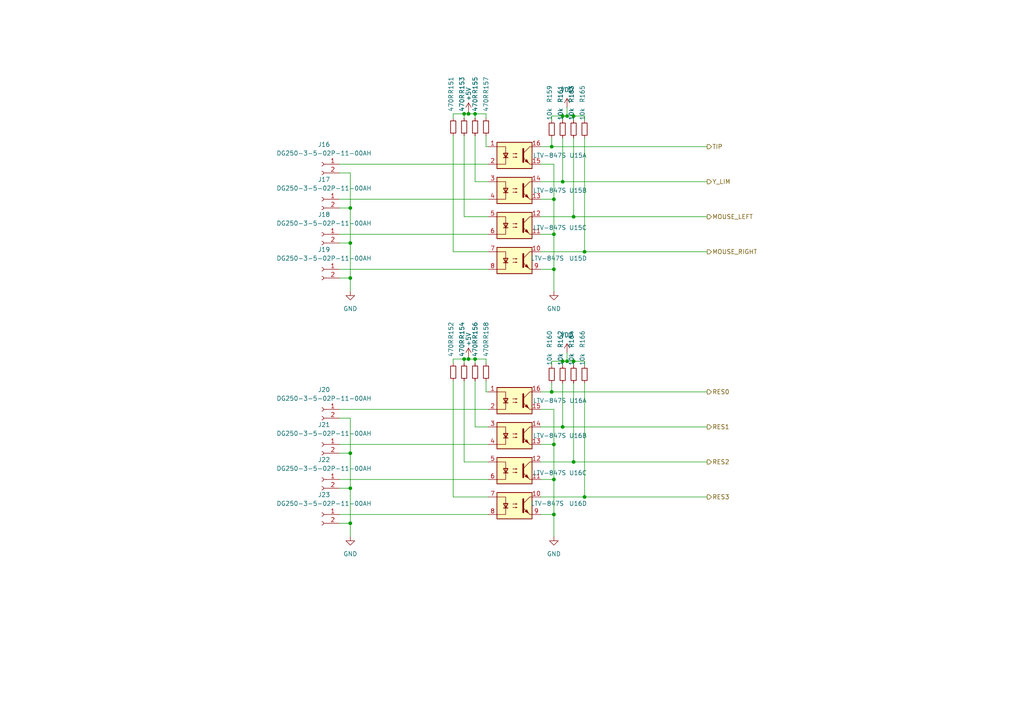
<source format=kicad_sch>
(kicad_sch (version 20231120) (generator "eeschema") (generator_version "8.0")
  (paper "A4")
  (lib_symbols
    (symbol "Connector:Conn_01x02_Female" (pin_names (offset 1.016) hide)
      (property "Reference" "J" (at 0 2.54 0))
      (property "Value" "Conn_01x02_Female" (at 0 -5.08 0))
      (symbol "Conn_01x02_Female_1_1"
        (arc (start 0 -2.032) (mid -0.5058 -2.54) (end 0 -3.048) (stroke (width 0.1524)))
        (polyline (pts (xy -1.27 -2.54) (xy -0.508 -2.54)) (stroke (width 0.1524)))
        (polyline (pts (xy -1.27 0) (xy -0.508 0)) (stroke (width 0.1524)))
        (arc (start 0 0.508) (mid -0.5058 0) (end 0 -0.508) (stroke (width 0.1524)))
        (pin passive line (at -5.08 0 0) (length 3.81) (name "Pin_1") (number "1"))
        (pin passive line (at -5.08 -2.54 0) (length 3.81) (name "Pin_2") (number "2"))
      )
    )
    (symbol "Device:R_Small" (pin_numbers hide) (pin_names (offset 0.254) hide)
      (property "Reference" "R" (at 0.762 0.508 0))
      (property "Value" "R_Small" (at 0.762 -1.016 0))
      (symbol "R_Small_0_1"
        (rectangle (start -0.762 1.778) (end 0.762 -1.778) (stroke (width 0.2032)))
      )
      (symbol "R_Small_1_1"
        (pin passive line (at 0 2.54 270) (length 0.762) (name "~") (number "1"))
        (pin passive line (at 0 -2.54 90) (length 0.762) (name "~") (number "2"))
      )
    )
    (symbol "Isolator:LTV-847S" (pin_names (offset 1.016))
      (property "Reference" "U" (at -3.81 5.08 0))
      (property "Value" "LTV-847S" (at 0 -5.08 0))
      (symbol "LTV-847S_0_1"
        (rectangle (start -5.08 3.81) (end 5.08 -3.81) (stroke (width 0.254)) (fill (type background)))
        (polyline (pts (xy -3.175 -0.635) (xy -1.905 -0.635)) (stroke (width 0.254)))
        (polyline (pts (xy 2.54 0.635) (xy 4.445 2.54)))
        (polyline (pts (xy 4.445 -2.54) (xy 2.54 -0.635)) (fill (type outline)))
        (polyline (pts (xy 4.445 -2.54) (xy 5.08 -2.54)))
        (polyline (pts (xy 4.445 2.54) (xy 5.08 2.54)))
        (polyline (pts (xy -2.54 -0.635) (xy -2.54 -2.54) (xy -5.08 -2.54)))
        (polyline (pts (xy 2.54 1.905) (xy 2.54 -1.905) (xy 2.54 -1.905)) (stroke (width 0.508)))
        (polyline (pts (xy -5.08 2.54) (xy -2.54 2.54) (xy -2.54 -1.27) (xy -2.54 0.635)))
        (polyline (pts (xy -2.54 -0.635) (xy -3.175 0.635) (xy -1.905 0.635) (xy -2.54 -0.635)) (stroke (width 0.254)))
        (polyline (pts (xy -0.508 -0.508) (xy 0.762 -0.508) (xy 0.381 -0.635) (xy 0.381 -0.381) (xy 0.762 -0.508)))
        (polyline (pts (xy -0.508 0.508) (xy 0.762 0.508) (xy 0.381 0.381) (xy 0.381 0.635) (xy 0.762 0.508)))
        (polyline (pts (xy 3.048 -1.651) (xy 3.556 -1.143) (xy 4.064 -2.159) (xy 3.048 -1.651) (xy 3.048 -1.651)) (fill (type outline)))
      )
      (symbol "LTV-847S_1_1"
        (pin passive line (at -7.62 2.54 0) (length 2.54) (name "~") (number "1"))
        (pin passive line (at 7.62 -2.54 180) (length 2.54) (name "~") (number "15"))
        (pin passive line (at 7.62 2.54 180) (length 2.54) (name "~") (number "16"))
        (pin passive line (at -7.62 -2.54 0) (length 2.54) (name "~") (number "2"))
      )
      (symbol "LTV-847S_2_1"
        (pin passive line (at 7.62 -2.54 180) (length 2.54) (name "~") (number "13"))
        (pin passive line (at 7.62 2.54 180) (length 2.54) (name "~") (number "14"))
        (pin passive line (at -7.62 2.54 0) (length 2.54) (name "~") (number "3"))
        (pin passive line (at -7.62 -2.54 0) (length 2.54) (name "~") (number "4"))
      )
      (symbol "LTV-847S_3_1"
        (pin passive line (at 7.62 -2.54 180) (length 2.54) (name "~") (number "11"))
        (pin passive line (at 7.62 2.54 180) (length 2.54) (name "~") (number "12"))
        (pin passive line (at -7.62 2.54 0) (length 2.54) (name "~") (number "5"))
        (pin passive line (at -7.62 -2.54 0) (length 2.54) (name "~") (number "6"))
      )
      (symbol "LTV-847S_4_1"
        (pin passive line (at 7.62 2.54 180) (length 2.54) (name "~") (number "10"))
        (pin passive line (at -7.62 2.54 0) (length 2.54) (name "~") (number "7"))
        (pin passive line (at -7.62 -2.54 0) (length 2.54) (name "~") (number "8"))
        (pin passive line (at 7.62 -2.54 180) (length 2.54) (name "~") (number "9"))
      )
    )
    (symbol "power:+5V" (power) (pin_names (offset 0))
      (property "Value" "+5V" (at 0 3.556 0))
      (symbol "+5V_0_1"
        (polyline (pts (xy -0.762 1.27) (xy 0 2.54)))
        (polyline (pts (xy 0 0) (xy 0 2.54)))
        (polyline (pts (xy 0 2.54) (xy 0.762 1.27)))
      )
      (symbol "+5V_1_1"
        (pin power_in line (at 0 0 90) (length 0) hide (name "+5V") (number "1"))
      )
    )
    (symbol "power:GND" (power) (pin_names (offset 0))
      (property "Value" "GND" (at 0 -3.81 0))
      (symbol "GND_0_1"
        (polyline (pts (xy 0 0) (xy 0 -1.27) (xy 1.27 -1.27) (xy 0 -2.54) (xy -1.27 -1.27) (xy 0 -1.27)))
      )
      (symbol "GND_1_1"
        (pin power_in line (at 0 0 270) (length 0) hide (name "GND") (number "1"))
      )
    )
    (symbol "power:VDD" (power) (pin_names (offset 0))
      (property "Value" "VDD" (at 0 3.81 0))
      (symbol "VDD_0_1"
        (polyline (pts (xy -0.762 1.27) (xy 0 2.54)))
        (polyline (pts (xy 0 0) (xy 0 2.54)))
        (polyline (pts (xy 0 2.54) (xy 0.762 1.27)))
      )
      (symbol "VDD_1_1"
        (pin power_in line (at 0 0 90) (length 0) hide (name "VDD") (number "1"))
      )
    )
  )
  (junction (at 137.795 104.14))
  (junction (at 163.195 104.775))
  (junction (at 160.655 139.065))
  (junction (at 101.6 131.445))
  (junction (at 134.62 33.02))
  (junction (at 137.795 33.02))
  (junction (at 166.37 133.985))
  (junction (at 166.37 62.865))
  (junction (at 160.655 78.105))
  (junction (at 160.02 42.545))
  (junction (at 163.195 33.655))
  (junction (at 101.6 141.605))
  (junction (at 164.465 33.655))
  (junction (at 163.195 52.705))
  (junction (at 101.6 80.645))
  (junction (at 169.545 73.025))
  (junction (at 134.62 104.14))
  (junction (at 160.02 113.665))
  (junction (at 160.655 128.905))
  (junction (at 160.655 67.945))
  (junction (at 135.89 104.14))
  (junction (at 169.545 144.145))
  (junction (at 135.89 33.02))
  (junction (at 160.655 149.225))
  (junction (at 163.195 123.825))
  (junction (at 101.6 60.325))
  (junction (at 160.655 57.785))
  (junction (at 164.465 104.775))
  (junction (at 101.6 70.485))
  (junction (at 166.37 104.775))
  (junction (at 166.37 33.655))
  (junction (at 101.6 151.765))
  (wire (pts (xy 137.795 104.14) (xy 137.795 105.41)))
  (wire (pts (xy 156.845 67.945) (xy 160.655 67.945)))
  (wire (pts (xy 98.425 67.945) (xy 141.605 67.945)))
  (wire (pts (xy 134.62 62.865) (xy 141.605 62.865)))
  (wire (pts (xy 140.97 42.545) (xy 141.605 42.545)))
  (wire (pts (xy 169.545 73.025) (xy 205.105 73.025)))
  (wire (pts (xy 156.845 149.225) (xy 160.655 149.225)))
  (wire (pts (xy 169.545 144.145) (xy 205.105 144.145)))
  (wire (pts (xy 160.655 67.945) (xy 160.655 78.105)))
  (wire (pts (xy 160.02 111.125) (xy 160.02 113.665)))
  (wire (pts (xy 101.6 131.445) (xy 101.6 141.605)))
  (wire (pts (xy 156.845 57.785) (xy 160.655 57.785)))
  (wire (pts (xy 131.445 39.37) (xy 131.445 73.025)))
  (wire (pts (xy 163.195 52.705) (xy 163.195 40.005)))
  (wire (pts (xy 156.845 42.545) (xy 160.02 42.545)))
  (wire (pts (xy 98.425 118.745) (xy 141.605 118.745)))
  (wire (pts (xy 163.195 104.775) (xy 164.465 104.775)))
  (wire (pts (xy 137.795 110.49) (xy 137.795 123.825)))
  (wire (pts (xy 101.6 70.485) (xy 101.6 80.645)))
  (wire (pts (xy 98.425 78.105) (xy 141.605 78.105)))
  (wire (pts (xy 160.655 128.905) (xy 160.655 139.065)))
  (wire (pts (xy 131.445 34.29) (xy 131.445 33.02)))
  (wire (pts (xy 160.02 34.925) (xy 160.02 33.655)))
  (wire (pts (xy 169.545 40.005) (xy 169.545 73.025)))
  (wire (pts (xy 98.425 139.065) (xy 141.605 139.065)))
  (wire (pts (xy 131.445 110.49) (xy 131.445 144.145)))
  (wire (pts (xy 98.425 57.785) (xy 141.605 57.785)))
  (wire (pts (xy 140.97 104.14) (xy 140.97 105.41)))
  (wire (pts (xy 160.655 149.225) (xy 160.655 155.575)))
  (wire (pts (xy 134.62 104.14) (xy 135.89 104.14)))
  (wire (pts (xy 134.62 133.985) (xy 141.605 133.985)))
  (wire (pts (xy 131.445 105.41) (xy 131.445 104.14)))
  (wire (pts (xy 98.425 60.325) (xy 101.6 60.325)))
  (wire (pts (xy 137.795 104.14) (xy 140.97 104.14)))
  (wire (pts (xy 160.655 78.105) (xy 160.655 84.455)))
  (wire (pts (xy 131.445 144.145) (xy 141.605 144.145)))
  (wire (pts (xy 134.62 33.02) (xy 134.62 34.29)))
  (wire (pts (xy 163.195 123.825) (xy 205.105 123.825)))
  (wire (pts (xy 134.62 33.02) (xy 135.89 33.02)))
  (wire (pts (xy 169.545 144.145) (xy 156.845 144.145)))
  (wire (pts (xy 134.62 110.49) (xy 134.62 133.985)))
  (wire (pts (xy 101.6 80.645) (xy 101.6 84.455)))
  (wire (pts (xy 101.6 151.765) (xy 101.6 155.575)))
  (wire (pts (xy 160.02 40.005) (xy 160.02 42.545)))
  (wire (pts (xy 134.62 104.14) (xy 134.62 105.41)))
  (wire (pts (xy 98.425 131.445) (xy 101.6 131.445)))
  (wire (pts (xy 98.425 47.625) (xy 141.605 47.625)))
  (wire (pts (xy 98.425 149.225) (xy 141.605 149.225)))
  (wire (pts (xy 134.62 39.37) (xy 134.62 62.865)))
  (wire (pts (xy 166.37 33.655) (xy 169.545 33.655)))
  (wire (pts (xy 166.37 62.865) (xy 166.37 40.005)))
  (wire (pts (xy 160.02 104.775) (xy 163.195 104.775)))
  (wire (pts (xy 131.445 104.14) (xy 134.62 104.14)))
  (wire (pts (xy 156.845 78.105) (xy 160.655 78.105)))
  (wire (pts (xy 98.425 80.645) (xy 101.6 80.645)))
  (wire (pts (xy 169.545 33.655) (xy 169.545 34.925)))
  (wire (pts (xy 166.37 62.865) (xy 205.105 62.865)))
  (wire (pts (xy 163.195 33.655) (xy 164.465 33.655)))
  (wire (pts (xy 160.02 33.655) (xy 163.195 33.655)))
  (wire (pts (xy 164.465 33.655) (xy 166.37 33.655)))
  (wire (pts (xy 166.37 33.655) (xy 166.37 34.925)))
  (wire (pts (xy 98.425 151.765) (xy 101.6 151.765)))
  (wire (pts (xy 135.89 32.385) (xy 135.89 33.02)))
  (wire (pts (xy 164.465 31.115) (xy 164.465 33.655)))
  (wire (pts (xy 166.37 104.775) (xy 169.545 104.775)))
  (wire (pts (xy 156.845 118.745) (xy 160.655 118.745)))
  (wire (pts (xy 156.845 47.625) (xy 160.655 47.625)))
  (wire (pts (xy 169.545 104.775) (xy 169.545 106.045)))
  (wire (pts (xy 140.97 113.665) (xy 141.605 113.665)))
  (wire (pts (xy 163.195 33.655) (xy 163.195 34.925)))
  (wire (pts (xy 163.195 52.705) (xy 205.105 52.705)))
  (wire (pts (xy 156.845 123.825) (xy 163.195 123.825)))
  (wire (pts (xy 135.89 104.14) (xy 137.795 104.14)))
  (wire (pts (xy 98.425 70.485) (xy 101.6 70.485)))
  (wire (pts (xy 101.6 50.165) (xy 101.6 60.325)))
  (wire (pts (xy 135.89 103.505) (xy 135.89 104.14)))
  (wire (pts (xy 140.97 110.49) (xy 140.97 113.665)))
  (wire (pts (xy 160.02 113.665) (xy 205.105 113.665)))
  (wire (pts (xy 164.465 104.775) (xy 166.37 104.775)))
  (wire (pts (xy 160.655 57.785) (xy 160.655 67.945)))
  (wire (pts (xy 137.795 39.37) (xy 137.795 52.705)))
  (wire (pts (xy 137.795 33.02) (xy 140.97 33.02)))
  (wire (pts (xy 137.795 123.825) (xy 141.605 123.825)))
  (wire (pts (xy 160.02 42.545) (xy 205.105 42.545)))
  (wire (pts (xy 156.845 113.665) (xy 160.02 113.665)))
  (wire (pts (xy 163.195 123.825) (xy 163.195 111.125)))
  (wire (pts (xy 101.6 141.605) (xy 101.6 151.765)))
  (wire (pts (xy 156.845 52.705) (xy 163.195 52.705)))
  (wire (pts (xy 131.445 73.025) (xy 141.605 73.025)))
  (wire (pts (xy 160.655 47.625) (xy 160.655 57.785)))
  (wire (pts (xy 166.37 133.985) (xy 205.105 133.985)))
  (wire (pts (xy 164.465 102.235) (xy 164.465 104.775)))
  (wire (pts (xy 135.89 33.02) (xy 137.795 33.02)))
  (wire (pts (xy 98.425 121.285) (xy 101.6 121.285)))
  (wire (pts (xy 137.795 52.705) (xy 141.605 52.705)))
  (wire (pts (xy 98.425 128.905) (xy 141.605 128.905)))
  (wire (pts (xy 156.845 133.985) (xy 166.37 133.985)))
  (wire (pts (xy 160.02 106.045) (xy 160.02 104.775)))
  (wire (pts (xy 137.795 33.02) (xy 137.795 34.29)))
  (wire (pts (xy 166.37 133.985) (xy 166.37 111.125)))
  (wire (pts (xy 156.845 139.065) (xy 160.655 139.065)))
  (wire (pts (xy 140.97 39.37) (xy 140.97 42.545)))
  (wire (pts (xy 98.425 141.605) (xy 101.6 141.605)))
  (wire (pts (xy 140.97 33.02) (xy 140.97 34.29)))
  (wire (pts (xy 98.425 50.165) (xy 101.6 50.165)))
  (wire (pts (xy 156.845 62.865) (xy 166.37 62.865)))
  (wire (pts (xy 101.6 60.325) (xy 101.6 70.485)))
  (wire (pts (xy 131.445 33.02) (xy 134.62 33.02)))
  (wire (pts (xy 101.6 121.285) (xy 101.6 131.445)))
  (wire (pts (xy 169.545 73.025) (xy 156.845 73.025)))
  (wire (pts (xy 160.655 118.745) (xy 160.655 128.905)))
  (wire (pts (xy 160.655 139.065) (xy 160.655 149.225)))
  (wire (pts (xy 166.37 104.775) (xy 166.37 106.045)))
  (wire (pts (xy 163.195 104.775) (xy 163.195 106.045)))
  (wire (pts (xy 156.845 128.905) (xy 160.655 128.905)))
  (wire (pts (xy 169.545 111.125) (xy 169.545 144.145)))
  (hierarchical_label "RES1" (shape output) (at 205.105 123.825 0))
  (hierarchical_label "RES0" (shape output) (at 205.105 113.665 0))
  (hierarchical_label "RES2" (shape output) (at 205.105 133.985 0))
  (hierarchical_label "Y_LIM" (shape output) (at 205.105 52.705 0))
  (hierarchical_label "MOUSE_RIGHT" (shape output) (at 205.105 73.025 0))
  (hierarchical_label "MOUSE_LEFT" (shape output) (at 205.105 62.865 0))
  (hierarchical_label "TIP" (shape output) (at 205.105 42.545 0))
  (hierarchical_label "RES3" (shape output) (at 205.105 144.145 0))
  (symbol (lib_id "Device:R_Small") (at 140.97 36.83 0) (unit 1)
    (property "Reference" "R157" (at 140.97 24.765 90))
    (property "Value" "470R" (at 140.97 29.845 90))
    (property "Footprint" "Resistor_SMD:R_0603_1608Metric_Pad0.98x0.95mm_HandSolder" (effects (hide yes)))
    (property "Link" "https://ozdisan.com/passive-components/resistors/smt-smd-and-chip-resistors/0603SAF4700T5E" (effects (hide yes)))
    (property "Price" "0.00221" (effects (hide yes)))
  )
  (symbol (lib_id "power:GND") (at 101.6 84.455 0) (unit 1)
    (property "Reference" "#PWR0143" (effects (hide yes)))
    (property "Value" "GND" (at 101.6 89.535 0))
  )
  (symbol (lib_id "Device:R_Small") (at 163.195 108.585 180) (unit 1)
    (property "Reference" "R162" (at 162.56 100.965 90) (effects (justify right)))
    (property "Value" "10k" (at 162.56 106.045 90) (effects (justify right)))
    (property "Footprint" "Resistor_SMD:R_0603_1608Metric_Pad0.98x0.95mm_HandSolder" (effects (hide yes)))
    (property "Link" "https://ozdisan.com/passive-components/resistors/smt-smd-and-chip-resistors/0603SAF1002T5E" (effects (hide yes)))
    (property "Price" "0.00221" (effects (hide yes)))
  )
  (symbol (lib_id "Device:R_Small") (at 160.02 108.585 180) (unit 1)
    (property "Reference" "R160" (at 159.385 100.965 90) (effects (justify right)))
    (property "Value" "10k" (at 159.385 106.045 90) (effects (justify right)))
    (property "Footprint" "Resistor_SMD:R_0603_1608Metric_Pad0.98x0.95mm_HandSolder" (effects (hide yes)))
    (property "Link" "https://ozdisan.com/passive-components/resistors/smt-smd-and-chip-resistors/0603SAF1002T5E" (effects (hide yes)))
    (property "Price" "0.00221" (effects (hide yes)))
  )
  (symbol (lib_id "Isolator:LTV-847S") (at 149.225 65.405 0) (unit 3)
    (property "Reference" "U15" (at 167.64 66.04 0))
    (property "Value" "LTV-847S" (at 159.385 66.04 0))
    (property "Footprint" "Package_DIP:SMDIP-16_W9.53mm" (effects (hide yes)))
    (property "Datasheet" "http://www.us.liteon.com/downloads/LTV-817-827-847.PDF" (effects (hide yes)))
    (property "Link" "https://ozdisan.com/Product/Detail/362511/LTV-847S" (effects (hide yes)))
    (property "Price" "0.47358" (effects (hide yes)))
  )
  (symbol (lib_id "Connector:Conn_01x02_Female") (at 93.345 47.625 0) (mirror y) (unit 1)
    (property "Reference" "J16" (at 93.98 41.91 0))
    (property "Value" "DG250-3-5-02P-11-00AH" (at 93.98 44.45 0))
    (property "Footprint" "conn:DG250-3-5-02P-11-00AH" (effects (hide yes)))
    (property "Link" "https://ozdisan.com/connectors-and-interconnects/terminal-blocks/pcb-terminal-blocks/DG250-3-5-02P-11-00AH" (effects (hide yes)))
    (property "Price" "0.10187" (effects (hide yes)))
  )
  (symbol (lib_id "power:+5V") (at 135.89 103.505 0) (unit 1)
    (property "Reference" "#PWR0146" (effects (hide yes)))
    (property "Value" "+5V" (at 135.89 98.425 90))
  )
  (symbol (lib_id "Connector:Conn_01x02_Female") (at 93.345 57.785 0) (mirror y) (unit 1)
    (property "Reference" "J17" (at 93.98 52.07 0))
    (property "Value" "DG250-3-5-02P-11-00AH" (at 93.98 54.61 0))
    (property "Footprint" "conn:DG250-3-5-02P-11-00AH" (effects (hide yes)))
    (property "Link" "https://ozdisan.com/connectors-and-interconnects/terminal-blocks/pcb-terminal-blocks/DG250-3-5-02P-11-00AH" (effects (hide yes)))
    (property "Price" "0.10187" (effects (hide yes)))
  )
  (symbol (lib_id "Connector:Conn_01x02_Female") (at 93.345 139.065 0) (mirror y) (unit 1)
    (property "Reference" "J22" (at 93.98 133.35 0))
    (property "Value" "DG250-3-5-02P-11-00AH" (at 93.98 135.89 0))
    (property "Footprint" "conn:DG250-3-5-02P-11-00AH" (effects (hide yes)))
    (property "Link" "https://ozdisan.com/connectors-and-interconnects/terminal-blocks/pcb-terminal-blocks/DG250-3-5-02P-11-00AH" (effects (hide yes)))
    (property "Price" "0.10187" (effects (hide yes)))
  )
  (symbol (lib_id "power:GND") (at 160.655 84.455 0) (unit 1)
    (property "Reference" "#PWR0147" (effects (hide yes)))
    (property "Value" "GND" (at 160.655 89.535 0))
  )
  (symbol (lib_id "Device:R_Small") (at 169.545 37.465 180) (unit 1)
    (property "Reference" "R165" (at 168.91 29.845 90) (effects (justify right)))
    (property "Value" "10k" (at 168.91 34.925 90) (effects (justify right)))
    (property "Footprint" "Resistor_SMD:R_0603_1608Metric_Pad0.98x0.95mm_HandSolder" (effects (hide yes)))
    (property "Link" "https://ozdisan.com/passive-components/resistors/smt-smd-and-chip-resistors/0603SAF1002T5E" (effects (hide yes)))
    (property "Price" "0.00221" (effects (hide yes)))
  )
  (symbol (lib_id "Device:R_Small") (at 169.545 108.585 180) (unit 1)
    (property "Reference" "R166" (at 168.91 100.965 90) (effects (justify right)))
    (property "Value" "10k" (at 168.91 106.045 90) (effects (justify right)))
    (property "Footprint" "Resistor_SMD:R_0603_1608Metric_Pad0.98x0.95mm_HandSolder" (effects (hide yes)))
    (property "Link" "https://ozdisan.com/passive-components/resistors/smt-smd-and-chip-resistors/0603SAF1002T5E" (effects (hide yes)))
    (property "Price" "0.00221" (effects (hide yes)))
  )
  (symbol (lib_id "Isolator:LTV-847S") (at 149.225 136.525 0) (unit 3)
    (property "Reference" "U16" (at 167.64 137.16 0))
    (property "Value" "LTV-847S" (at 159.385 137.16 0))
    (property "Footprint" "Package_DIP:SMDIP-16_W9.53mm" (effects (hide yes)))
    (property "Datasheet" "http://www.us.liteon.com/downloads/LTV-817-827-847.PDF" (effects (hide yes)))
    (property "Link" "https://ozdisan.com/Product/Detail/362511/LTV-847S" (effects (hide yes)))
    (property "Price" "0.47358" (effects (hide yes)))
  )
  (symbol (lib_id "Connector:Conn_01x02_Female") (at 93.345 149.225 0) (mirror y) (unit 1)
    (property "Reference" "J23" (at 93.98 143.51 0))
    (property "Value" "DG250-3-5-02P-11-00AH" (at 93.98 146.05 0))
    (property "Footprint" "conn:DG250-3-5-02P-11-00AH" (effects (hide yes)))
    (property "Link" "https://ozdisan.com/connectors-and-interconnects/terminal-blocks/pcb-terminal-blocks/DG250-3-5-02P-11-00AH" (effects (hide yes)))
    (property "Price" "0.10187" (effects (hide yes)))
  )
  (symbol (lib_id "Connector:Conn_01x02_Female") (at 93.345 78.105 0) (mirror y) (unit 1)
    (property "Reference" "J19" (at 93.98 72.39 0))
    (property "Value" "DG250-3-5-02P-11-00AH" (at 93.98 74.93 0))
    (property "Footprint" "conn:DG250-3-5-02P-11-00AH" (effects (hide yes)))
    (property "Link" "https://ozdisan.com/connectors-and-interconnects/terminal-blocks/pcb-terminal-blocks/DG250-3-5-02P-11-00AH" (effects (hide yes)))
    (property "Price" "0.10187" (effects (hide yes)))
  )
  (symbol (lib_id "Device:R_Small") (at 131.445 36.83 0) (unit 1)
    (property "Reference" "R151" (at 130.81 24.765 90))
    (property "Value" "470R" (at 130.81 29.845 90))
    (property "Footprint" "Resistor_SMD:R_0603_1608Metric_Pad0.98x0.95mm_HandSolder" (effects (hide yes)))
    (property "Link" "https://ozdisan.com/passive-components/resistors/smt-smd-and-chip-resistors/0603SAF4700T5E" (effects (hide yes)))
    (property "Price" "0.00221" (effects (hide yes)))
  )
  (symbol (lib_id "Connector:Conn_01x02_Female") (at 93.345 128.905 0) (mirror y) (unit 1)
    (property "Reference" "J21" (at 93.98 123.19 0))
    (property "Value" "DG250-3-5-02P-11-00AH" (at 93.98 125.73 0))
    (property "Footprint" "conn:DG250-3-5-02P-11-00AH" (effects (hide yes)))
    (property "Link" "https://ozdisan.com/connectors-and-interconnects/terminal-blocks/pcb-terminal-blocks/DG250-3-5-02P-11-00AH" (effects (hide yes)))
    (property "Price" "0.10187" (effects (hide yes)))
  )
  (symbol (lib_id "Device:R_Small") (at 137.795 107.95 0) (unit 1)
    (property "Reference" "R156" (at 137.795 95.885 90))
    (property "Value" "470R" (at 137.795 100.965 90))
    (property "Footprint" "Resistor_SMD:R_0603_1608Metric_Pad0.98x0.95mm_HandSolder" (effects (hide yes)))
    (property "Link" "https://ozdisan.com/passive-components/resistors/smt-smd-and-chip-resistors/0603SAF4700T5E" (effects (hide yes)))
    (property "Price" "0.00221" (effects (hide yes)))
  )
  (symbol (lib_id "Device:R_Small") (at 166.37 37.465 180) (unit 1)
    (property "Reference" "R163" (at 165.735 29.845 90) (effects (justify right)))
    (property "Value" "10k" (at 165.735 34.925 90) (effects (justify right)))
    (property "Footprint" "Resistor_SMD:R_0603_1608Metric_Pad0.98x0.95mm_HandSolder" (effects (hide yes)))
    (property "Link" "https://ozdisan.com/passive-components/resistors/smt-smd-and-chip-resistors/0603SAF1002T5E" (effects (hide yes)))
    (property "Price" "0.00221" (effects (hide yes)))
  )
  (symbol (lib_id "power:VDD") (at 164.465 102.235 0) (unit 1)
    (property "Reference" "#PWR0150" (effects (hide yes)))
    (property "Value" "VDD" (at 164.465 97.155 0))
  )
  (symbol (lib_id "Isolator:LTV-847S") (at 149.225 126.365 0) (unit 2)
    (property "Reference" "U16" (at 167.64 126.365 0))
    (property "Value" "LTV-847S" (at 159.385 126.365 0))
    (property "Footprint" "Package_DIP:SMDIP-16_W9.53mm" (effects (hide yes)))
    (property "Datasheet" "http://www.us.liteon.com/downloads/LTV-817-827-847.PDF" (effects (hide yes)))
    (property "Link" "https://ozdisan.com/Product/Detail/362511/LTV-847S" (effects (hide yes)))
    (property "Price" "0.47358" (effects (hide yes)))
  )
  (symbol (lib_id "Device:R_Small") (at 140.97 107.95 0) (unit 1)
    (property "Reference" "R158" (at 140.97 95.885 90))
    (property "Value" "470R" (at 140.97 100.965 90))
    (property "Footprint" "Resistor_SMD:R_0603_1608Metric_Pad0.98x0.95mm_HandSolder" (effects (hide yes)))
    (property "Link" "https://ozdisan.com/passive-components/resistors/smt-smd-and-chip-resistors/0603SAF4700T5E" (effects (hide yes)))
    (property "Price" "0.00221" (effects (hide yes)))
  )
  (symbol (lib_id "Device:R_Small") (at 131.445 107.95 0) (unit 1)
    (property "Reference" "R152" (at 130.81 95.885 90))
    (property "Value" "470R" (at 130.81 100.965 90))
    (property "Footprint" "Resistor_SMD:R_0603_1608Metric_Pad0.98x0.95mm_HandSolder" (effects (hide yes)))
    (property "Link" "https://ozdisan.com/passive-components/resistors/smt-smd-and-chip-resistors/0603SAF4700T5E" (effects (hide yes)))
    (property "Price" "0.00221" (effects (hide yes)))
  )
  (symbol (lib_id "Device:R_Small") (at 163.195 37.465 180) (unit 1)
    (property "Reference" "R161" (at 162.56 29.845 90) (effects (justify right)))
    (property "Value" "10k" (at 162.56 34.925 90) (effects (justify right)))
    (property "Footprint" "Resistor_SMD:R_0603_1608Metric_Pad0.98x0.95mm_HandSolder" (effects (hide yes)))
    (property "Link" "https://ozdisan.com/passive-components/resistors/smt-smd-and-chip-resistors/0603SAF1002T5E" (effects (hide yes)))
    (property "Price" "0.00221" (effects (hide yes)))
  )
  (symbol (lib_id "Device:R_Small") (at 134.62 107.95 0) (unit 1)
    (property "Reference" "R154" (at 133.985 95.885 90))
    (property "Value" "470R" (at 133.985 100.965 90))
    (property "Footprint" "Resistor_SMD:R_0603_1608Metric_Pad0.98x0.95mm_HandSolder" (effects (hide yes)))
    (property "Link" "https://ozdisan.com/passive-components/resistors/smt-smd-and-chip-resistors/0603SAF4700T5E" (effects (hide yes)))
    (property "Price" "0.00221" (effects (hide yes)))
  )
  (symbol (lib_id "power:GND") (at 160.655 155.575 0) (unit 1)
    (property "Reference" "#PWR0148" (effects (hide yes)))
    (property "Value" "GND" (at 160.655 160.655 0))
  )
  (symbol (lib_id "Device:R_Small") (at 166.37 108.585 180) (unit 1)
    (property "Reference" "R164" (at 165.735 100.965 90) (effects (justify right)))
    (property "Value" "10k" (at 165.735 106.045 90) (effects (justify right)))
    (property "Footprint" "Resistor_SMD:R_0603_1608Metric_Pad0.98x0.95mm_HandSolder" (effects (hide yes)))
    (property "Link" "https://ozdisan.com/passive-components/resistors/smt-smd-and-chip-resistors/0603SAF1002T5E" (effects (hide yes)))
    (property "Price" "0.00221" (effects (hide yes)))
  )
  (symbol (lib_id "Device:R_Small") (at 134.62 36.83 0) (unit 1)
    (property "Reference" "R153" (at 133.985 24.765 90))
    (property "Value" "470R" (at 133.985 29.845 90))
    (property "Footprint" "Resistor_SMD:R_0603_1608Metric_Pad0.98x0.95mm_HandSolder" (effects (hide yes)))
    (property "Link" "https://ozdisan.com/passive-components/resistors/smt-smd-and-chip-resistors/0603SAF4700T5E" (effects (hide yes)))
    (property "Price" "0.00221" (effects (hide yes)))
  )
  (symbol (lib_id "power:VDD") (at 164.465 31.115 0) (unit 1)
    (property "Reference" "#PWR0149" (effects (hide yes)))
    (property "Value" "VDD" (at 164.465 26.035 0))
  )
  (symbol (lib_id "Isolator:LTV-847S") (at 149.225 55.245 0) (unit 2)
    (property "Reference" "U15" (at 167.64 55.245 0))
    (property "Value" "LTV-847S" (at 159.385 55.245 0))
    (property "Footprint" "Package_DIP:SMDIP-16_W9.53mm" (effects (hide yes)))
    (property "Datasheet" "http://www.us.liteon.com/downloads/LTV-817-827-847.PDF" (effects (hide yes)))
    (property "Link" "https://ozdisan.com/Product/Detail/362511/LTV-847S" (effects (hide yes)))
    (property "Price" "0.47358" (effects (hide yes)))
  )
  (symbol (lib_id "Device:R_Small") (at 137.795 36.83 0) (unit 1)
    (property "Reference" "R155" (at 137.795 24.765 90))
    (property "Value" "470R" (at 137.795 29.845 90))
    (property "Footprint" "Resistor_SMD:R_0603_1608Metric_Pad0.98x0.95mm_HandSolder" (effects (hide yes)))
    (property "Link" "https://ozdisan.com/passive-components/resistors/smt-smd-and-chip-resistors/0603SAF4700T5E" (effects (hide yes)))
    (property "Price" "0.00221" (effects (hide yes)))
  )
  (symbol (lib_id "Isolator:LTV-847S") (at 149.225 146.685 0) (unit 4)
    (property "Reference" "U16" (at 167.64 146.05 0))
    (property "Value" "LTV-847S" (at 158.75 146.05 0))
    (property "Footprint" "Package_DIP:SMDIP-16_W9.53mm" (effects (hide yes)))
    (property "Datasheet" "http://www.us.liteon.com/downloads/LTV-817-827-847.PDF" (effects (hide yes)))
    (property "Link" "https://ozdisan.com/Product/Detail/362511/LTV-847S" (effects (hide yes)))
    (property "Price" "0.47358" (effects (hide yes)))
  )
  (symbol (lib_id "Device:R_Small") (at 160.02 37.465 180) (unit 1)
    (property "Reference" "R159" (at 159.385 29.845 90) (effects (justify right)))
    (property "Value" "10k" (at 159.385 34.925 90) (effects (justify right)))
    (property "Footprint" "Resistor_SMD:R_0603_1608Metric_Pad0.98x0.95mm_HandSolder" (effects (hide yes)))
    (property "Link" "https://ozdisan.com/passive-components/resistors/smt-smd-and-chip-resistors/0603SAF1002T5E" (effects (hide yes)))
    (property "Price" "0.00221" (effects (hide yes)))
  )
  (symbol (lib_id "Isolator:LTV-847S") (at 149.225 45.085 0) (unit 1)
    (property "Reference" "U15" (at 167.64 45.085 0))
    (property "Value" "LTV-847S" (at 159.385 45.085 0))
    (property "Footprint" "Package_DIP:SMDIP-16_W9.53mm" (effects (hide yes)))
    (property "Datasheet" "http://www.us.liteon.com/downloads/LTV-817-827-847.PDF" (effects (hide yes)))
    (property "Link" "https://ozdisan.com/Product/Detail/362511/LTV-847S" (effects (hide yes)))
    (property "Price" "0.47358" (effects (hide yes)))
  )
  (symbol (lib_id "power:GND") (at 101.6 155.575 0) (unit 1)
    (property "Reference" "#PWR0144" (effects (hide yes)))
    (property "Value" "GND" (at 101.6 160.655 0))
  )
  (symbol (lib_id "Isolator:LTV-847S") (at 149.225 116.205 0) (unit 1)
    (property "Reference" "U16" (at 167.64 116.205 0))
    (property "Value" "LTV-847S" (at 159.385 116.205 0))
    (property "Footprint" "Package_DIP:SMDIP-16_W9.53mm" (effects (hide yes)))
    (property "Datasheet" "http://www.us.liteon.com/downloads/LTV-817-827-847.PDF" (effects (hide yes)))
    (property "Link" "https://ozdisan.com/Product/Detail/362511/LTV-847S" (effects (hide yes)))
    (property "Price" "0.47358" (effects (hide yes)))
  )
  (symbol (lib_id "Connector:Conn_01x02_Female") (at 93.345 118.745 0) (mirror y) (unit 1)
    (property "Reference" "J20" (at 93.98 113.03 0))
    (property "Value" "DG250-3-5-02P-11-00AH" (at 93.98 115.57 0))
    (property "Footprint" "conn:DG250-3-5-02P-11-00AH" (effects (hide yes)))
    (property "Link" "https://ozdisan.com/connectors-and-interconnects/terminal-blocks/pcb-terminal-blocks/DG250-3-5-02P-11-00AH" (effects (hide yes)))
    (property "Price" "0.10187" (effects (hide yes)))
  )
  (symbol (lib_id "Connector:Conn_01x02_Female") (at 93.345 67.945 0) (mirror y) (unit 1)
    (property "Reference" "J18" (at 93.98 62.23 0))
    (property "Value" "DG250-3-5-02P-11-00AH" (at 93.98 64.77 0))
    (property "Footprint" "conn:DG250-3-5-02P-11-00AH" (effects (hide yes)))
    (property "Link" "https://ozdisan.com/connectors-and-interconnects/terminal-blocks/pcb-terminal-blocks/DG250-3-5-02P-11-00AH" (effects (hide yes)))
    (property "Price" "0.10187" (effects (hide yes)))
  )
  (symbol (lib_id "power:+5V") (at 135.89 32.385 0) (unit 1)
    (property "Reference" "#PWR0145" (effects (hide yes)))
    (property "Value" "+5V" (at 135.89 27.305 90))
  )
  (symbol (lib_id "Isolator:LTV-847S") (at 149.225 75.565 0) (unit 4)
    (property "Reference" "U15" (at 167.64 74.93 0))
    (property "Value" "LTV-847S" (at 158.75 74.93 0))
    (property "Footprint" "Package_DIP:SMDIP-16_W9.53mm" (effects (hide yes)))
    (property "Datasheet" "http://www.us.liteon.com/downloads/LTV-817-827-847.PDF" (effects (hide yes)))
    (property "Link" "https://ozdisan.com/Product/Detail/362511/LTV-847S" (effects (hide yes)))
    (property "Price" "0.47358" (effects (hide yes)))
  )
)
</source>
